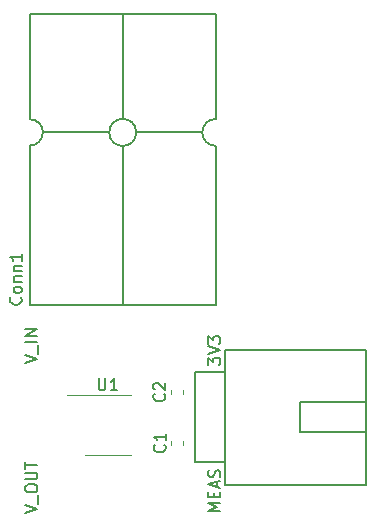
<source format=gbr>
%TF.GenerationSoftware,KiCad,Pcbnew,7.0.5*%
%TF.CreationDate,2023-10-04T22:19:23-05:00*%
%TF.ProjectId,Current Sensing Breakout,43757272-656e-4742-9053-656e73696e67,rev?*%
%TF.SameCoordinates,Original*%
%TF.FileFunction,Legend,Top*%
%TF.FilePolarity,Positive*%
%FSLAX46Y46*%
G04 Gerber Fmt 4.6, Leading zero omitted, Abs format (unit mm)*
G04 Created by KiCad (PCBNEW 7.0.5) date 2023-10-04 22:19:23*
%MOMM*%
%LPD*%
G01*
G04 APERTURE LIST*
%ADD10C,0.150000*%
%ADD11C,0.120000*%
G04 APERTURE END LIST*
D10*
X65163819Y-46240458D02*
X65163819Y-45621411D01*
X65163819Y-45621411D02*
X65544771Y-45954744D01*
X65544771Y-45954744D02*
X65544771Y-45811887D01*
X65544771Y-45811887D02*
X65592390Y-45716649D01*
X65592390Y-45716649D02*
X65640009Y-45669030D01*
X65640009Y-45669030D02*
X65735247Y-45621411D01*
X65735247Y-45621411D02*
X65973342Y-45621411D01*
X65973342Y-45621411D02*
X66068580Y-45669030D01*
X66068580Y-45669030D02*
X66116200Y-45716649D01*
X66116200Y-45716649D02*
X66163819Y-45811887D01*
X66163819Y-45811887D02*
X66163819Y-46097601D01*
X66163819Y-46097601D02*
X66116200Y-46192839D01*
X66116200Y-46192839D02*
X66068580Y-46240458D01*
X65163819Y-45335696D02*
X66163819Y-45002363D01*
X66163819Y-45002363D02*
X65163819Y-44669030D01*
X65163819Y-44430934D02*
X65163819Y-43811887D01*
X65163819Y-43811887D02*
X65544771Y-44145220D01*
X65544771Y-44145220D02*
X65544771Y-44002363D01*
X65544771Y-44002363D02*
X65592390Y-43907125D01*
X65592390Y-43907125D02*
X65640009Y-43859506D01*
X65640009Y-43859506D02*
X65735247Y-43811887D01*
X65735247Y-43811887D02*
X65973342Y-43811887D01*
X65973342Y-43811887D02*
X66068580Y-43859506D01*
X66068580Y-43859506D02*
X66116200Y-43907125D01*
X66116200Y-43907125D02*
X66163819Y-44002363D01*
X66163819Y-44002363D02*
X66163819Y-44288077D01*
X66163819Y-44288077D02*
X66116200Y-44383315D01*
X66116200Y-44383315D02*
X66068580Y-44430934D01*
X49669819Y-46034077D02*
X50669819Y-45700744D01*
X50669819Y-45700744D02*
X49669819Y-45367411D01*
X50765057Y-45272173D02*
X50765057Y-44510268D01*
X50669819Y-44272172D02*
X49669819Y-44272172D01*
X50669819Y-43795982D02*
X49669819Y-43795982D01*
X49669819Y-43795982D02*
X50669819Y-43224554D01*
X50669819Y-43224554D02*
X49669819Y-43224554D01*
X49669819Y-58734077D02*
X50669819Y-58400744D01*
X50669819Y-58400744D02*
X49669819Y-58067411D01*
X50765057Y-57972173D02*
X50765057Y-57210268D01*
X49669819Y-56781696D02*
X49669819Y-56591220D01*
X49669819Y-56591220D02*
X49717438Y-56495982D01*
X49717438Y-56495982D02*
X49812676Y-56400744D01*
X49812676Y-56400744D02*
X50003152Y-56353125D01*
X50003152Y-56353125D02*
X50336485Y-56353125D01*
X50336485Y-56353125D02*
X50526961Y-56400744D01*
X50526961Y-56400744D02*
X50622200Y-56495982D01*
X50622200Y-56495982D02*
X50669819Y-56591220D01*
X50669819Y-56591220D02*
X50669819Y-56781696D01*
X50669819Y-56781696D02*
X50622200Y-56876934D01*
X50622200Y-56876934D02*
X50526961Y-56972172D01*
X50526961Y-56972172D02*
X50336485Y-57019791D01*
X50336485Y-57019791D02*
X50003152Y-57019791D01*
X50003152Y-57019791D02*
X49812676Y-56972172D01*
X49812676Y-56972172D02*
X49717438Y-56876934D01*
X49717438Y-56876934D02*
X49669819Y-56781696D01*
X49669819Y-55924553D02*
X50479342Y-55924553D01*
X50479342Y-55924553D02*
X50574580Y-55876934D01*
X50574580Y-55876934D02*
X50622200Y-55829315D01*
X50622200Y-55829315D02*
X50669819Y-55734077D01*
X50669819Y-55734077D02*
X50669819Y-55543601D01*
X50669819Y-55543601D02*
X50622200Y-55448363D01*
X50622200Y-55448363D02*
X50574580Y-55400744D01*
X50574580Y-55400744D02*
X50479342Y-55353125D01*
X50479342Y-55353125D02*
X49669819Y-55353125D01*
X49669819Y-55019791D02*
X49669819Y-54448363D01*
X50669819Y-54734077D02*
X49669819Y-54734077D01*
X66163819Y-58591220D02*
X65163819Y-58591220D01*
X65163819Y-58591220D02*
X65878104Y-58257887D01*
X65878104Y-58257887D02*
X65163819Y-57924554D01*
X65163819Y-57924554D02*
X66163819Y-57924554D01*
X65640009Y-57448363D02*
X65640009Y-57115030D01*
X66163819Y-56972173D02*
X66163819Y-57448363D01*
X66163819Y-57448363D02*
X65163819Y-57448363D01*
X65163819Y-57448363D02*
X65163819Y-56972173D01*
X65878104Y-56591220D02*
X65878104Y-56115030D01*
X66163819Y-56686458D02*
X65163819Y-56353125D01*
X65163819Y-56353125D02*
X66163819Y-56019792D01*
X66116200Y-55734077D02*
X66163819Y-55591220D01*
X66163819Y-55591220D02*
X66163819Y-55353125D01*
X66163819Y-55353125D02*
X66116200Y-55257887D01*
X66116200Y-55257887D02*
X66068580Y-55210268D01*
X66068580Y-55210268D02*
X65973342Y-55162649D01*
X65973342Y-55162649D02*
X65878104Y-55162649D01*
X65878104Y-55162649D02*
X65782866Y-55210268D01*
X65782866Y-55210268D02*
X65735247Y-55257887D01*
X65735247Y-55257887D02*
X65687628Y-55353125D01*
X65687628Y-55353125D02*
X65640009Y-55543601D01*
X65640009Y-55543601D02*
X65592390Y-55638839D01*
X65592390Y-55638839D02*
X65544771Y-55686458D01*
X65544771Y-55686458D02*
X65449533Y-55734077D01*
X65449533Y-55734077D02*
X65354295Y-55734077D01*
X65354295Y-55734077D02*
X65259057Y-55686458D01*
X65259057Y-55686458D02*
X65211438Y-55638839D01*
X65211438Y-55638839D02*
X65163819Y-55543601D01*
X65163819Y-55543601D02*
X65163819Y-55305506D01*
X65163819Y-55305506D02*
X65211438Y-55162649D01*
%TO.C,C1*%
X61446580Y-52998666D02*
X61494200Y-53046285D01*
X61494200Y-53046285D02*
X61541819Y-53189142D01*
X61541819Y-53189142D02*
X61541819Y-53284380D01*
X61541819Y-53284380D02*
X61494200Y-53427237D01*
X61494200Y-53427237D02*
X61398961Y-53522475D01*
X61398961Y-53522475D02*
X61303723Y-53570094D01*
X61303723Y-53570094D02*
X61113247Y-53617713D01*
X61113247Y-53617713D02*
X60970390Y-53617713D01*
X60970390Y-53617713D02*
X60779914Y-53570094D01*
X60779914Y-53570094D02*
X60684676Y-53522475D01*
X60684676Y-53522475D02*
X60589438Y-53427237D01*
X60589438Y-53427237D02*
X60541819Y-53284380D01*
X60541819Y-53284380D02*
X60541819Y-53189142D01*
X60541819Y-53189142D02*
X60589438Y-53046285D01*
X60589438Y-53046285D02*
X60637057Y-52998666D01*
X61541819Y-52046285D02*
X61541819Y-52617713D01*
X61541819Y-52331999D02*
X60541819Y-52331999D01*
X60541819Y-52331999D02*
X60684676Y-52427237D01*
X60684676Y-52427237D02*
X60779914Y-52522475D01*
X60779914Y-52522475D02*
X60827533Y-52617713D01*
%TO.C,C2*%
X61413580Y-48680666D02*
X61461200Y-48728285D01*
X61461200Y-48728285D02*
X61508819Y-48871142D01*
X61508819Y-48871142D02*
X61508819Y-48966380D01*
X61508819Y-48966380D02*
X61461200Y-49109237D01*
X61461200Y-49109237D02*
X61365961Y-49204475D01*
X61365961Y-49204475D02*
X61270723Y-49252094D01*
X61270723Y-49252094D02*
X61080247Y-49299713D01*
X61080247Y-49299713D02*
X60937390Y-49299713D01*
X60937390Y-49299713D02*
X60746914Y-49252094D01*
X60746914Y-49252094D02*
X60651676Y-49204475D01*
X60651676Y-49204475D02*
X60556438Y-49109237D01*
X60556438Y-49109237D02*
X60508819Y-48966380D01*
X60508819Y-48966380D02*
X60508819Y-48871142D01*
X60508819Y-48871142D02*
X60556438Y-48728285D01*
X60556438Y-48728285D02*
X60604057Y-48680666D01*
X60604057Y-48299713D02*
X60556438Y-48252094D01*
X60556438Y-48252094D02*
X60508819Y-48156856D01*
X60508819Y-48156856D02*
X60508819Y-47918761D01*
X60508819Y-47918761D02*
X60556438Y-47823523D01*
X60556438Y-47823523D02*
X60604057Y-47775904D01*
X60604057Y-47775904D02*
X60699295Y-47728285D01*
X60699295Y-47728285D02*
X60794533Y-47728285D01*
X60794533Y-47728285D02*
X60937390Y-47775904D01*
X60937390Y-47775904D02*
X61508819Y-48347332D01*
X61508819Y-48347332D02*
X61508819Y-47728285D01*
%TO.C,U1*%
X55880095Y-47362819D02*
X55880095Y-48172342D01*
X55880095Y-48172342D02*
X55927714Y-48267580D01*
X55927714Y-48267580D02*
X55975333Y-48315200D01*
X55975333Y-48315200D02*
X56070571Y-48362819D01*
X56070571Y-48362819D02*
X56261047Y-48362819D01*
X56261047Y-48362819D02*
X56356285Y-48315200D01*
X56356285Y-48315200D02*
X56403904Y-48267580D01*
X56403904Y-48267580D02*
X56451523Y-48172342D01*
X56451523Y-48172342D02*
X56451523Y-47362819D01*
X57451523Y-48362819D02*
X56880095Y-48362819D01*
X57165809Y-48362819D02*
X57165809Y-47362819D01*
X57165809Y-47362819D02*
X57070571Y-47505676D01*
X57070571Y-47505676D02*
X56975333Y-47600914D01*
X56975333Y-47600914D02*
X56880095Y-47648533D01*
%TO.C,Conn1*%
X49258580Y-40502409D02*
X49306200Y-40550028D01*
X49306200Y-40550028D02*
X49353819Y-40692885D01*
X49353819Y-40692885D02*
X49353819Y-40788123D01*
X49353819Y-40788123D02*
X49306200Y-40930980D01*
X49306200Y-40930980D02*
X49210961Y-41026218D01*
X49210961Y-41026218D02*
X49115723Y-41073837D01*
X49115723Y-41073837D02*
X48925247Y-41121456D01*
X48925247Y-41121456D02*
X48782390Y-41121456D01*
X48782390Y-41121456D02*
X48591914Y-41073837D01*
X48591914Y-41073837D02*
X48496676Y-41026218D01*
X48496676Y-41026218D02*
X48401438Y-40930980D01*
X48401438Y-40930980D02*
X48353819Y-40788123D01*
X48353819Y-40788123D02*
X48353819Y-40692885D01*
X48353819Y-40692885D02*
X48401438Y-40550028D01*
X48401438Y-40550028D02*
X48449057Y-40502409D01*
X49353819Y-39930980D02*
X49306200Y-40026218D01*
X49306200Y-40026218D02*
X49258580Y-40073837D01*
X49258580Y-40073837D02*
X49163342Y-40121456D01*
X49163342Y-40121456D02*
X48877628Y-40121456D01*
X48877628Y-40121456D02*
X48782390Y-40073837D01*
X48782390Y-40073837D02*
X48734771Y-40026218D01*
X48734771Y-40026218D02*
X48687152Y-39930980D01*
X48687152Y-39930980D02*
X48687152Y-39788123D01*
X48687152Y-39788123D02*
X48734771Y-39692885D01*
X48734771Y-39692885D02*
X48782390Y-39645266D01*
X48782390Y-39645266D02*
X48877628Y-39597647D01*
X48877628Y-39597647D02*
X49163342Y-39597647D01*
X49163342Y-39597647D02*
X49258580Y-39645266D01*
X49258580Y-39645266D02*
X49306200Y-39692885D01*
X49306200Y-39692885D02*
X49353819Y-39788123D01*
X49353819Y-39788123D02*
X49353819Y-39930980D01*
X48687152Y-39169075D02*
X49353819Y-39169075D01*
X48782390Y-39169075D02*
X48734771Y-39121456D01*
X48734771Y-39121456D02*
X48687152Y-39026218D01*
X48687152Y-39026218D02*
X48687152Y-38883361D01*
X48687152Y-38883361D02*
X48734771Y-38788123D01*
X48734771Y-38788123D02*
X48830009Y-38740504D01*
X48830009Y-38740504D02*
X49353819Y-38740504D01*
X48687152Y-38264313D02*
X49353819Y-38264313D01*
X48782390Y-38264313D02*
X48734771Y-38216694D01*
X48734771Y-38216694D02*
X48687152Y-38121456D01*
X48687152Y-38121456D02*
X48687152Y-37978599D01*
X48687152Y-37978599D02*
X48734771Y-37883361D01*
X48734771Y-37883361D02*
X48830009Y-37835742D01*
X48830009Y-37835742D02*
X49353819Y-37835742D01*
X49353819Y-36835742D02*
X49353819Y-37407170D01*
X49353819Y-37121456D02*
X48353819Y-37121456D01*
X48353819Y-37121456D02*
X48496676Y-37216694D01*
X48496676Y-37216694D02*
X48591914Y-37311932D01*
X48591914Y-37311932D02*
X48639533Y-37407170D01*
%TO.C,Conn3*%
X66548000Y-44958000D02*
X78486000Y-44958000D01*
X66548000Y-46863000D02*
X66548000Y-44958000D01*
X64008000Y-46863000D02*
X66548000Y-46863000D01*
X78486000Y-49403000D02*
X77978000Y-49403000D01*
X74168000Y-49403000D02*
X77978000Y-49403000D01*
X74168000Y-49403000D02*
X72898000Y-49403000D01*
X78486000Y-51943000D02*
X72898000Y-51943000D01*
X72898000Y-51943000D02*
X72898000Y-49403000D01*
X66548000Y-54483000D02*
X64008000Y-54483000D01*
X64008000Y-54483000D02*
X64008000Y-46863000D01*
X78486000Y-56388000D02*
X78486000Y-44958000D01*
X66548000Y-56388000D02*
X66548000Y-46863000D01*
X66548000Y-56388000D02*
X78486000Y-56388000D01*
D11*
%TO.C,C1*%
X62994000Y-52685733D02*
X62994000Y-52978267D01*
X61974000Y-52685733D02*
X61974000Y-52978267D01*
%TO.C,C2*%
X61974000Y-48660267D02*
X61974000Y-48367733D01*
X62994000Y-48660267D02*
X62994000Y-48367733D01*
%TO.C,U1*%
X56642000Y-48748000D02*
X53192000Y-48748000D01*
X56642000Y-48748000D02*
X58592000Y-48748000D01*
X56642000Y-53868000D02*
X54692000Y-53868000D01*
X56642000Y-53868000D02*
X58592000Y-53868000D01*
D10*
%TO.C,Conn1*%
X65786000Y-16484600D02*
X50038000Y-16484600D01*
X65786000Y-16510000D02*
X65786000Y-24257000D01*
X57937400Y-16510000D02*
X57937400Y-25400000D01*
X50038000Y-24231600D02*
X50038000Y-25400000D01*
X50038000Y-24257000D02*
X50038000Y-16510000D01*
X65786000Y-25400000D02*
X65786000Y-24180800D01*
X64643000Y-26543000D02*
X63474600Y-26543000D01*
X60198000Y-26543000D02*
X63474600Y-26543000D01*
X60198000Y-26543000D02*
X59055000Y-26543000D01*
X55626000Y-26543000D02*
X56769000Y-26543000D01*
X55626000Y-26543000D02*
X52324000Y-26543000D01*
X52349400Y-26543000D02*
X51181000Y-26543000D01*
X65786000Y-28803600D02*
X65786000Y-27711400D01*
X65786000Y-28829000D02*
X65786000Y-41122600D01*
X57912000Y-28829000D02*
X57912000Y-27686000D01*
X57912000Y-28829000D02*
X57912000Y-41122600D01*
X50038000Y-28829000D02*
X50038000Y-41122600D01*
X50038000Y-28854400D02*
X50038000Y-27660600D01*
X65786000Y-41122600D02*
X50038000Y-41122600D01*
X51155600Y-26543000D02*
G75*
G03*
X50038000Y-25425400I-1117598J2D01*
G01*
X65786000Y-25400000D02*
G75*
G03*
X64643000Y-26543000I0J-1143000D01*
G01*
X50038000Y-27660600D02*
G75*
G03*
X51155600Y-26543000I2J1117598D01*
G01*
X64643000Y-26543000D02*
G75*
G03*
X65786000Y-27686000I1143000J0D01*
G01*
X59055000Y-26543000D02*
G75*
G03*
X59055000Y-26543000I-1143000J0D01*
G01*
%TD*%
M02*

</source>
